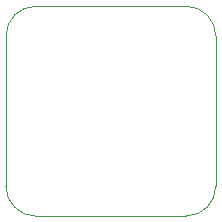
<source format=gbr>
%TF.GenerationSoftware,KiCad,Pcbnew,(6.0.5)*%
%TF.CreationDate,2022-06-03T16:10:37+02:00*%
%TF.ProjectId,sldrlss_stlink,736c6472-6c73-4735-9f73-746c696e6b2e,rev?*%
%TF.SameCoordinates,Original*%
%TF.FileFunction,Profile,NP*%
%FSLAX46Y46*%
G04 Gerber Fmt 4.6, Leading zero omitted, Abs format (unit mm)*
G04 Created by KiCad (PCBNEW (6.0.5)) date 2022-06-03 16:10:37*
%MOMM*%
%LPD*%
G01*
G04 APERTURE LIST*
%TA.AperFunction,Profile*%
%ADD10C,0.100000*%
%TD*%
G04 APERTURE END LIST*
D10*
X99060000Y-41910000D02*
G75*
G03*
X96520000Y-44450000I0J-2540000D01*
G01*
X111760000Y-59690000D02*
X99060000Y-59690000D01*
X96520000Y-57150000D02*
G75*
G03*
X99060000Y-59690000I2540000J0D01*
G01*
X114300000Y-44450000D02*
X114300000Y-57150000D01*
X111760000Y-59690000D02*
G75*
G03*
X114300000Y-57150000I0J2540000D01*
G01*
X99060000Y-41910000D02*
X111760000Y-41910000D01*
X96520000Y-44450000D02*
X96520000Y-57150000D01*
X114300000Y-44450000D02*
G75*
G03*
X111760000Y-41910000I-2540000J0D01*
G01*
M02*

</source>
